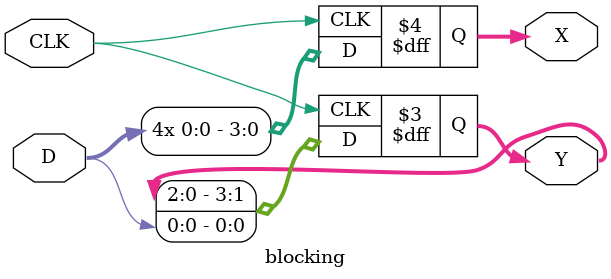
<source format=v>
module blocking(D,CLK,X,Y);
	input D,CLK;
	output [3:0]X,Y;
	reg [3:0]X,Y;
	always@(posedge CLK)begin
		//我是一行一行執行
		X[0]=D;
		X[1]=X[0];
		X[2]=X[1];
		X[3]=X[2];
	end
	always@(posedge CLK)begin
		//我是全部同時執行
		Y[0]<=D;
		Y[1]<=Y[0];
		Y[2]<=Y[1];
		Y[3]<=Y[2];
	end
endmodule

</source>
